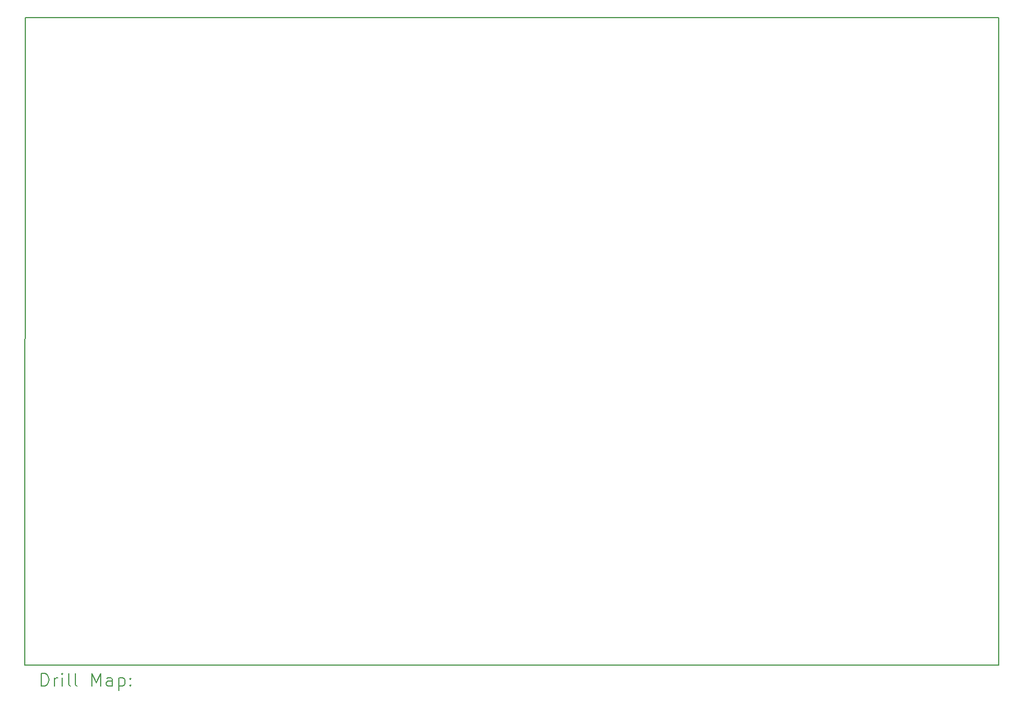
<source format=gbr>
%TF.GenerationSoftware,KiCad,Pcbnew,7.0.10*%
%TF.CreationDate,2024-02-07T22:08:23+01:00*%
%TF.ProjectId,Sixty-n8k,53697874-792d-46e3-986b-2e6b69636164,rev?*%
%TF.SameCoordinates,Original*%
%TF.FileFunction,Drillmap*%
%TF.FilePolarity,Positive*%
%FSLAX45Y45*%
G04 Gerber Fmt 4.5, Leading zero omitted, Abs format (unit mm)*
G04 Created by KiCad (PCBNEW 7.0.10) date 2024-02-07 22:08:23*
%MOMM*%
%LPD*%
G01*
G04 APERTURE LIST*
%ADD10C,0.200000*%
G04 APERTURE END LIST*
D10*
X6793000Y-15004000D02*
X6795000Y-5034000D01*
X21778000Y-5033000D02*
X21779000Y-15003000D01*
X6795000Y-5034000D02*
X21778000Y-5033000D01*
X21779000Y-15003000D02*
X6793000Y-15004000D01*
X7043777Y-15325484D02*
X7043777Y-15125484D01*
X7043777Y-15125484D02*
X7091396Y-15125484D01*
X7091396Y-15125484D02*
X7119967Y-15135008D01*
X7119967Y-15135008D02*
X7139015Y-15154055D01*
X7139015Y-15154055D02*
X7148539Y-15173103D01*
X7148539Y-15173103D02*
X7158062Y-15211198D01*
X7158062Y-15211198D02*
X7158062Y-15239769D01*
X7158062Y-15239769D02*
X7148539Y-15277865D01*
X7148539Y-15277865D02*
X7139015Y-15296912D01*
X7139015Y-15296912D02*
X7119967Y-15315960D01*
X7119967Y-15315960D02*
X7091396Y-15325484D01*
X7091396Y-15325484D02*
X7043777Y-15325484D01*
X7243777Y-15325484D02*
X7243777Y-15192150D01*
X7243777Y-15230246D02*
X7253301Y-15211198D01*
X7253301Y-15211198D02*
X7262824Y-15201674D01*
X7262824Y-15201674D02*
X7281872Y-15192150D01*
X7281872Y-15192150D02*
X7300920Y-15192150D01*
X7367586Y-15325484D02*
X7367586Y-15192150D01*
X7367586Y-15125484D02*
X7358062Y-15135008D01*
X7358062Y-15135008D02*
X7367586Y-15144531D01*
X7367586Y-15144531D02*
X7377110Y-15135008D01*
X7377110Y-15135008D02*
X7367586Y-15125484D01*
X7367586Y-15125484D02*
X7367586Y-15144531D01*
X7491396Y-15325484D02*
X7472348Y-15315960D01*
X7472348Y-15315960D02*
X7462824Y-15296912D01*
X7462824Y-15296912D02*
X7462824Y-15125484D01*
X7596158Y-15325484D02*
X7577110Y-15315960D01*
X7577110Y-15315960D02*
X7567586Y-15296912D01*
X7567586Y-15296912D02*
X7567586Y-15125484D01*
X7824729Y-15325484D02*
X7824729Y-15125484D01*
X7824729Y-15125484D02*
X7891396Y-15268341D01*
X7891396Y-15268341D02*
X7958062Y-15125484D01*
X7958062Y-15125484D02*
X7958062Y-15325484D01*
X8139015Y-15325484D02*
X8139015Y-15220722D01*
X8139015Y-15220722D02*
X8129491Y-15201674D01*
X8129491Y-15201674D02*
X8110443Y-15192150D01*
X8110443Y-15192150D02*
X8072348Y-15192150D01*
X8072348Y-15192150D02*
X8053301Y-15201674D01*
X8139015Y-15315960D02*
X8119967Y-15325484D01*
X8119967Y-15325484D02*
X8072348Y-15325484D01*
X8072348Y-15325484D02*
X8053301Y-15315960D01*
X8053301Y-15315960D02*
X8043777Y-15296912D01*
X8043777Y-15296912D02*
X8043777Y-15277865D01*
X8043777Y-15277865D02*
X8053301Y-15258817D01*
X8053301Y-15258817D02*
X8072348Y-15249293D01*
X8072348Y-15249293D02*
X8119967Y-15249293D01*
X8119967Y-15249293D02*
X8139015Y-15239769D01*
X8234253Y-15192150D02*
X8234253Y-15392150D01*
X8234253Y-15201674D02*
X8253301Y-15192150D01*
X8253301Y-15192150D02*
X8291396Y-15192150D01*
X8291396Y-15192150D02*
X8310443Y-15201674D01*
X8310443Y-15201674D02*
X8319967Y-15211198D01*
X8319967Y-15211198D02*
X8329491Y-15230246D01*
X8329491Y-15230246D02*
X8329491Y-15287388D01*
X8329491Y-15287388D02*
X8319967Y-15306436D01*
X8319967Y-15306436D02*
X8310443Y-15315960D01*
X8310443Y-15315960D02*
X8291396Y-15325484D01*
X8291396Y-15325484D02*
X8253301Y-15325484D01*
X8253301Y-15325484D02*
X8234253Y-15315960D01*
X8415205Y-15306436D02*
X8424729Y-15315960D01*
X8424729Y-15315960D02*
X8415205Y-15325484D01*
X8415205Y-15325484D02*
X8405682Y-15315960D01*
X8405682Y-15315960D02*
X8415205Y-15306436D01*
X8415205Y-15306436D02*
X8415205Y-15325484D01*
X8415205Y-15201674D02*
X8424729Y-15211198D01*
X8424729Y-15211198D02*
X8415205Y-15220722D01*
X8415205Y-15220722D02*
X8405682Y-15211198D01*
X8405682Y-15211198D02*
X8415205Y-15201674D01*
X8415205Y-15201674D02*
X8415205Y-15220722D01*
M02*

</source>
